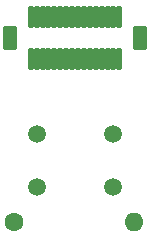
<source format=gbr>
%TF.GenerationSoftware,KiCad,Pcbnew,(7.0.0-0)*%
%TF.CreationDate,2023-03-14T18:39:13-04:00*%
%TF.ProjectId,v3 - habit pcb,7633202d-2068-4616-9269-74207063622e,rev?*%
%TF.SameCoordinates,Original*%
%TF.FileFunction,Soldermask,Bot*%
%TF.FilePolarity,Negative*%
%FSLAX46Y46*%
G04 Gerber Fmt 4.6, Leading zero omitted, Abs format (unit mm)*
G04 Created by KiCad (PCBNEW (7.0.0-0)) date 2023-03-14 18:39:13*
%MOMM*%
%LPD*%
G01*
G04 APERTURE LIST*
G04 Aperture macros list*
%AMRoundRect*
0 Rectangle with rounded corners*
0 $1 Rounding radius*
0 $2 $3 $4 $5 $6 $7 $8 $9 X,Y pos of 4 corners*
0 Add a 4 corners polygon primitive as box body*
4,1,4,$2,$3,$4,$5,$6,$7,$8,$9,$2,$3,0*
0 Add four circle primitives for the rounded corners*
1,1,$1+$1,$2,$3*
1,1,$1+$1,$4,$5*
1,1,$1+$1,$6,$7*
1,1,$1+$1,$8,$9*
0 Add four rect primitives between the rounded corners*
20,1,$1+$1,$2,$3,$4,$5,0*
20,1,$1+$1,$4,$5,$6,$7,0*
20,1,$1+$1,$6,$7,$8,$9,0*
20,1,$1+$1,$8,$9,$2,$3,0*%
G04 Aperture macros list end*
%ADD10RoundRect,0.101600X0.150000X0.800000X-0.150000X0.800000X-0.150000X-0.800000X0.150000X-0.800000X0*%
%ADD11RoundRect,0.101600X0.450000X0.900000X-0.450000X0.900000X-0.450000X-0.900000X0.450000X-0.900000X0*%
%ADD12C,1.500000*%
%ADD13C,1.600000*%
%ADD14O,1.600000X1.600000*%
G04 APERTURE END LIST*
D10*
%TO.C,U1*%
X154948250Y-78363750D03*
X154948250Y-74763550D03*
X155448250Y-78363750D03*
X155448250Y-74763550D03*
X155948250Y-78363750D03*
X155948250Y-74763550D03*
X156448250Y-78363750D03*
X156448250Y-74763550D03*
X156948250Y-78363750D03*
X156948250Y-74763550D03*
X157448250Y-78363750D03*
X157448250Y-74763550D03*
X157948250Y-78363750D03*
X157948250Y-74763550D03*
X158448250Y-78363750D03*
X158448250Y-74763550D03*
X158948250Y-78363750D03*
X158948250Y-74763550D03*
X159448250Y-78363750D03*
X159448250Y-74763550D03*
X159948250Y-78363750D03*
X159948250Y-74763550D03*
X160448250Y-78363750D03*
X160448250Y-74763550D03*
X160948250Y-78363750D03*
X160948250Y-74763550D03*
X161448250Y-78363750D03*
X161448250Y-74763550D03*
X161948250Y-78363750D03*
X161948250Y-74763550D03*
X162448250Y-78363750D03*
X162448250Y-74763550D03*
D11*
X153198250Y-76563650D03*
X164198250Y-76563650D03*
%TD*%
D12*
%TO.C,SW1*%
X155443200Y-89219600D03*
X161943200Y-89219600D03*
X161943200Y-84719600D03*
X155443200Y-84719600D03*
%TD*%
D13*
%TO.C,R1*%
X153517600Y-92151200D03*
D14*
X163677599Y-92151199D03*
%TD*%
M02*

</source>
